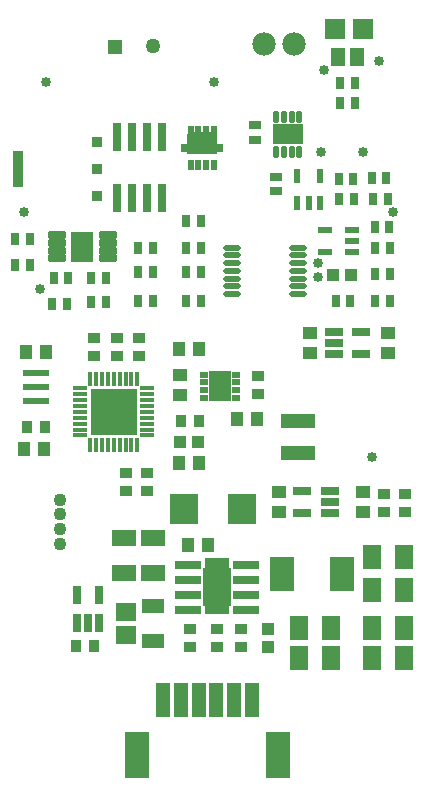
<source format=gts>
G04*
G04 #@! TF.GenerationSoftware,Altium Limited,Altium Designer,19.1.8 (144)*
G04*
G04 Layer_Color=8388736*
%FSLAX44Y44*%
%MOMM*%
G71*
G01*
G75*
%ADD24R,0.5008X1.2112*%
%ADD25R,1.2112X0.5008*%
%ADD54R,0.9144X0.8128*%
%ADD55R,0.9144X3.0988*%
%ADD57R,1.7032X1.7032*%
%ADD58R,1.1532X1.5032*%
%ADD59C,0.8516*%
%ADD60R,0.8032X1.0532*%
G04:AMPARAMS|DCode=61|XSize=0.9632mm|YSize=0.5232mm|CornerRadius=0.1416mm|HoleSize=0mm|Usage=FLASHONLY|Rotation=270.000|XOffset=0mm|YOffset=0mm|HoleType=Round|Shape=RoundedRectangle|*
%AMROUNDEDRECTD61*
21,1,0.9632,0.2400,0,0,270.0*
21,1,0.6800,0.5232,0,0,270.0*
1,1,0.2832,-0.1200,-0.3400*
1,1,0.2832,-0.1200,0.3400*
1,1,0.2832,0.1200,0.3400*
1,1,0.2832,0.1200,-0.3400*
%
%ADD61ROUNDEDRECTD61*%
%ADD62R,2.5032X1.7032*%
%ADD63R,1.0532X0.8032*%
%ADD64R,1.2032X1.0032*%
%ADD65R,1.0032X1.0032*%
%ADD66O,1.5016X0.4516*%
%ADD67R,1.9332X2.5632*%
G04:AMPARAMS|DCode=68|XSize=1.5732mm|YSize=0.6632mm|CornerRadius=0.2166mm|HoleSize=0mm|Usage=FLASHONLY|Rotation=180.000|XOffset=0mm|YOffset=0mm|HoleType=Round|Shape=RoundedRectangle|*
%AMROUNDEDRECTD68*
21,1,1.5732,0.2300,0,0,180.0*
21,1,1.1400,0.6632,0,0,180.0*
1,1,0.4332,-0.5700,0.1150*
1,1,0.4332,0.5700,0.1150*
1,1,0.4332,0.5700,-0.1150*
1,1,0.4332,-0.5700,-0.1150*
%
%ADD68ROUNDEDRECTD68*%
%ADD69R,1.5240X0.7620*%
%ADD70R,1.8532X2.6532*%
%ADD71R,0.7282X0.5032*%
%ADD72R,1.1032X0.9032*%
%ADD73R,1.0032X1.2032*%
%ADD74R,0.9032X1.1032*%
%ADD75R,1.2832X0.4632*%
%ADD76R,0.4632X1.2832*%
%ADD77R,3.9032X3.9032*%
%ADD78R,2.2032X0.6032*%
%ADD79R,2.4032X2.5032*%
%ADD80R,2.1082X2.9972*%
%ADD81R,1.5832X2.0232*%
%ADD82R,1.1332X1.0932*%
%ADD83R,2.3332X3.2032*%
%ADD84R,2.1732X0.8032*%
%ADD85R,1.9232X1.2532*%
%ADD86R,1.7032X1.5032*%
%ADD87R,2.0032X4.0032*%
%ADD88R,1.2032X2.9032*%
%ADD89R,0.7620X1.5240*%
%ADD90R,2.0232X1.3532*%
%ADD91R,2.5732X1.8032*%
%ADD92R,0.6232X0.8632*%
%ADD93R,0.8032X2.4032*%
%ADD94R,2.9032X1.3032*%
%ADD95C,1.1032*%
%ADD96C,1.2700*%
%ADD97R,1.2700X1.2700*%
%ADD98C,1.9812*%
%ADD99C,0.6032*%
G36*
X1584500Y674690D02*
X1605500D01*
Y627240D01*
X1584500D01*
Y674690D01*
D02*
G37*
G36*
X1594770Y1016850D02*
X1570070D01*
Y1018600D01*
X1564570D01*
Y1025400D01*
X1570070D01*
Y1040850D01*
X1575320D01*
Y1036150D01*
X1576520D01*
Y1040850D01*
X1581770D01*
Y1036150D01*
X1583070D01*
Y1040850D01*
X1588320D01*
Y1036150D01*
X1589520D01*
Y1040850D01*
X1594770D01*
Y1025400D01*
X1600270D01*
Y1018600D01*
X1594770D01*
Y1016850D01*
D02*
G37*
D24*
X1663090Y998290D02*
D03*
X1682090D02*
D03*
Y975290D02*
D03*
X1672590D02*
D03*
X1663090D02*
D03*
D25*
X1686490Y934110D02*
D03*
Y953110D02*
D03*
X1709490D02*
D03*
Y943610D02*
D03*
Y934110D02*
D03*
D54*
X1493520Y981570D02*
D03*
Y1004570D02*
D03*
Y1027570D02*
D03*
D55*
X1426718Y1004570D02*
D03*
D57*
X1695030Y1123200D02*
D03*
X1718670Y1123148D02*
D03*
D58*
X1713828Y1099022D02*
D03*
X1697328D02*
D03*
D59*
X1732280Y1096010D02*
D03*
X1685290Y1088390D02*
D03*
X1743710Y967740D02*
D03*
X1680210Y924560D02*
D03*
Y913130D02*
D03*
X1431290Y967740D02*
D03*
X1445260Y902970D02*
D03*
X1725930Y760730D02*
D03*
X1718310Y1018540D02*
D03*
X1682750D02*
D03*
X1450340Y1078230D02*
D03*
X1592580D02*
D03*
D60*
X1699170Y1077166D02*
D03*
X1711614D02*
D03*
X1699388Y1060450D02*
D03*
X1711832D02*
D03*
X1710690Y979170D02*
D03*
X1698246D02*
D03*
X1738374Y996950D02*
D03*
X1725930D02*
D03*
X1739644Y979170D02*
D03*
X1727200D02*
D03*
X1740914Y955040D02*
D03*
X1728470D02*
D03*
X1741042Y937260D02*
D03*
X1728598D02*
D03*
X1741170Y915670D02*
D03*
X1728726D02*
D03*
X1581022Y892810D02*
D03*
X1568578D02*
D03*
X1581022Y916940D02*
D03*
X1568578D02*
D03*
X1581022Y937260D02*
D03*
X1568578D02*
D03*
X1540382D02*
D03*
X1527938D02*
D03*
X1527938Y916940D02*
D03*
X1540382D02*
D03*
X1527938Y892810D02*
D03*
X1540382D02*
D03*
X1500884Y891540D02*
D03*
X1488440D02*
D03*
Y911860D02*
D03*
X1500884D02*
D03*
X1456690D02*
D03*
X1469134D02*
D03*
X1423798Y944880D02*
D03*
X1436242D02*
D03*
X1423798Y923290D02*
D03*
X1436242D02*
D03*
X1455676Y890270D02*
D03*
X1468120D02*
D03*
X1695450Y892810D02*
D03*
X1707894D02*
D03*
X1741170D02*
D03*
X1728726D02*
D03*
X1581022Y960120D02*
D03*
X1568578D02*
D03*
X1710434Y995680D02*
D03*
X1697990D02*
D03*
D61*
X1664560Y1048630D02*
D03*
X1658060D02*
D03*
X1651560D02*
D03*
X1645060D02*
D03*
Y1018930D02*
D03*
X1651560D02*
D03*
X1658060D02*
D03*
X1664560D02*
D03*
D62*
X1654810Y1033780D02*
D03*
D63*
X1644650Y985520D02*
D03*
Y997964D02*
D03*
X1626870Y1028956D02*
D03*
Y1041400D02*
D03*
D64*
X1673860Y865750D02*
D03*
Y848750D02*
D03*
X1563370Y813190D02*
D03*
Y830190D02*
D03*
X1718310Y714130D02*
D03*
Y731130D02*
D03*
X1647190Y714130D02*
D03*
Y731130D02*
D03*
X1739900Y865750D02*
D03*
Y848750D02*
D03*
D65*
X1693030Y914400D02*
D03*
X1708030D02*
D03*
X1578490Y773430D02*
D03*
X1563490D02*
D03*
D66*
X1663760Y898710D02*
D03*
Y905210D02*
D03*
Y911710D02*
D03*
Y918210D02*
D03*
Y924710D02*
D03*
Y931210D02*
D03*
Y937710D02*
D03*
X1607760D02*
D03*
Y931210D02*
D03*
Y924710D02*
D03*
Y918210D02*
D03*
Y911710D02*
D03*
Y905210D02*
D03*
Y898710D02*
D03*
D67*
X1480820Y938530D02*
D03*
D68*
X1502520Y948280D02*
D03*
Y941780D02*
D03*
Y935280D02*
D03*
Y928780D02*
D03*
X1459120D02*
D03*
Y935280D02*
D03*
Y941780D02*
D03*
Y948280D02*
D03*
D69*
X1693926Y866648D02*
D03*
Y857250D02*
D03*
Y847852D02*
D03*
X1717294D02*
D03*
Y866648D02*
D03*
X1690624Y713232D02*
D03*
Y722630D02*
D03*
Y732028D02*
D03*
X1667256D02*
D03*
Y713232D02*
D03*
D70*
X1597660Y820420D02*
D03*
D71*
X1584035Y810670D02*
D03*
Y817170D02*
D03*
Y823670D02*
D03*
Y830170D02*
D03*
X1611285Y810670D02*
D03*
Y830170D02*
D03*
Y817170D02*
D03*
Y823670D02*
D03*
D72*
X1629410Y814190D02*
D03*
Y829190D02*
D03*
X1529080Y845940D02*
D03*
Y860940D02*
D03*
X1490980Y860940D02*
D03*
Y845940D02*
D03*
X1535430Y731640D02*
D03*
Y746640D02*
D03*
X1517650Y746640D02*
D03*
Y731640D02*
D03*
X1753870Y713860D02*
D03*
Y728860D02*
D03*
X1736090Y728860D02*
D03*
Y713860D02*
D03*
X1572260Y599560D02*
D03*
Y614560D02*
D03*
X1595120Y599560D02*
D03*
Y614560D02*
D03*
X1615440Y614560D02*
D03*
Y599560D02*
D03*
X1510030Y845940D02*
D03*
Y860940D02*
D03*
D73*
X1612020Y792480D02*
D03*
X1629020D02*
D03*
X1562490Y755650D02*
D03*
X1579490D02*
D03*
X1449950Y849630D02*
D03*
X1432950D02*
D03*
X1448680Y767080D02*
D03*
X1431680D02*
D03*
X1587110Y685800D02*
D03*
X1570110D02*
D03*
X1562490Y852170D02*
D03*
X1579490D02*
D03*
D74*
X1564760Y791210D02*
D03*
X1579760D02*
D03*
X1433950Y786130D02*
D03*
X1448950D02*
D03*
X1490860Y600710D02*
D03*
X1475860D02*
D03*
D75*
X1479340Y818830D02*
D03*
Y813830D02*
D03*
Y808830D02*
D03*
Y803830D02*
D03*
Y798830D02*
D03*
Y793830D02*
D03*
Y788830D02*
D03*
Y783830D02*
D03*
Y778830D02*
D03*
X1535640D02*
D03*
Y783830D02*
D03*
Y788830D02*
D03*
Y793830D02*
D03*
Y798830D02*
D03*
Y803830D02*
D03*
Y808830D02*
D03*
Y813830D02*
D03*
Y818830D02*
D03*
D76*
X1492490Y770680D02*
D03*
X1497490D02*
D03*
X1502490D02*
D03*
X1507490D02*
D03*
X1512490D02*
D03*
X1517490D02*
D03*
X1522490D02*
D03*
X1527490D02*
D03*
Y826980D02*
D03*
X1522490D02*
D03*
X1517490D02*
D03*
X1512490D02*
D03*
X1507490D02*
D03*
X1502490D02*
D03*
X1497490D02*
D03*
X1492490D02*
D03*
X1487490Y770680D02*
D03*
Y826980D02*
D03*
D77*
X1507490Y798830D02*
D03*
D78*
X1441450Y807850D02*
D03*
Y819850D02*
D03*
Y831850D02*
D03*
D79*
X1566810Y716280D02*
D03*
X1615810D02*
D03*
D80*
X1649730Y661670D02*
D03*
X1700530D02*
D03*
D81*
X1753590Y675640D02*
D03*
X1726210D02*
D03*
X1753590Y647700D02*
D03*
X1726210D02*
D03*
X1753590Y615950D02*
D03*
X1726210D02*
D03*
X1663964Y615899D02*
D03*
X1691344D02*
D03*
X1663964Y590587D02*
D03*
X1691344D02*
D03*
X1753590Y590550D02*
D03*
X1726210D02*
D03*
D82*
X1638300Y599360D02*
D03*
Y614760D02*
D03*
D83*
X1595000Y650240D02*
D03*
D84*
X1619750Y669290D02*
D03*
Y656590D02*
D03*
Y643890D02*
D03*
Y631190D02*
D03*
X1570250D02*
D03*
Y643890D02*
D03*
Y656590D02*
D03*
Y669290D02*
D03*
D85*
X1540510Y605160D02*
D03*
Y634360D02*
D03*
D86*
X1517650Y610260D02*
D03*
Y629260D02*
D03*
D87*
X1646900Y507990D02*
D03*
X1526900D02*
D03*
D88*
X1624400Y554990D02*
D03*
X1609400D02*
D03*
X1594400D02*
D03*
X1579400D02*
D03*
X1564400D02*
D03*
X1549400D02*
D03*
D89*
X1476568Y620376D02*
D03*
X1485966D02*
D03*
X1495363D02*
D03*
Y643744D02*
D03*
X1476568D02*
D03*
D90*
X1540510Y662060D02*
D03*
Y691760D02*
D03*
X1516380Y662060D02*
D03*
Y691760D02*
D03*
D91*
X1582420Y1025350D02*
D03*
D92*
X1572670Y1007650D02*
D03*
X1592170D02*
D03*
X1579170D02*
D03*
X1585670D02*
D03*
D93*
X1510030Y979840D02*
D03*
X1522730D02*
D03*
X1548130D02*
D03*
X1510030Y1031840D02*
D03*
X1522730D02*
D03*
X1548130D02*
D03*
X1535430Y979840D02*
D03*
Y1031840D02*
D03*
D94*
X1663700Y763740D02*
D03*
Y790740D02*
D03*
D95*
X1461770Y687070D02*
D03*
Y699570D02*
D03*
Y712070D02*
D03*
Y724570D02*
D03*
D96*
X1540510Y1108710D02*
D03*
D97*
X1508760Y1107440D02*
D03*
D98*
X1634490Y1109980D02*
D03*
X1659890D02*
D03*
D99*
X1587500Y635240D02*
D03*
X1602500D02*
D03*
Y665240D02*
D03*
X1587500D02*
D03*
Y650240D02*
D03*
X1602500D02*
D03*
M02*

</source>
